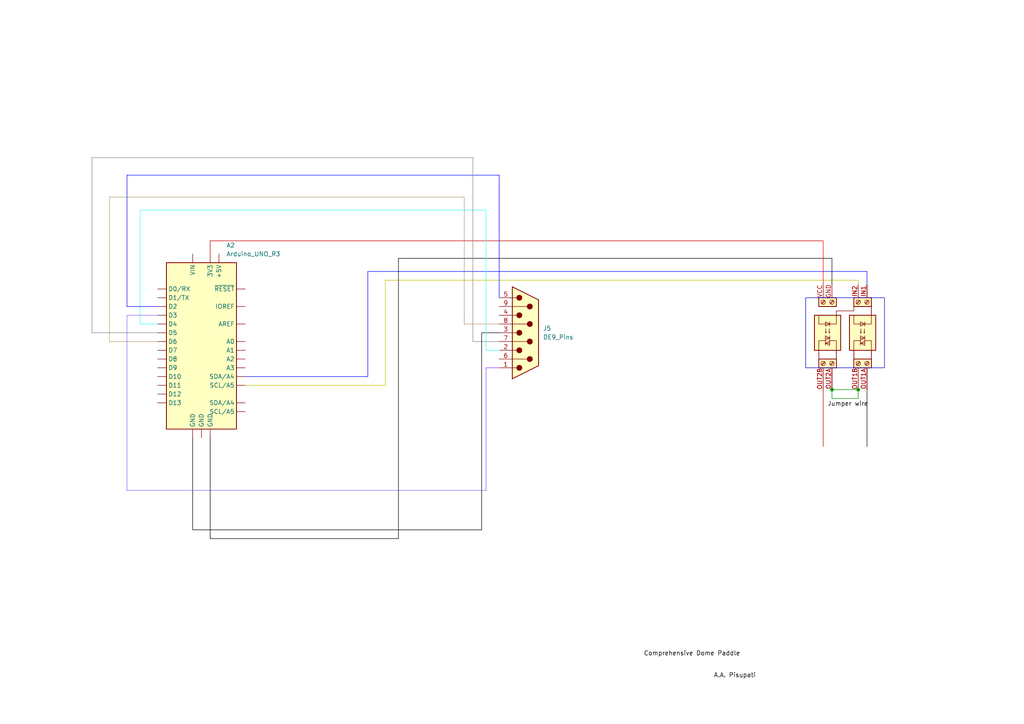
<source format=kicad_sch>
(kicad_sch (version 20250114) (generator "eeschema") (generator_version "9.0")
  (paper "A4")
  (lib_symbols
    (symbol "Arduino_UNO_R3_1" (pin_numbers (hide yes))
      (property "Reference" "A" (at -10.16 23.495 0))
      (property "Value" "Arduino_UNO_R3" (at 5.08 -26.67 0))
      (symbol "Arduino_UNO_R3_1_0_1"
        (rectangle (start -10.16 22.86) (end 10.16 -25.4) (stroke (width 0.254)) (fill (type background)))
      )
      (symbol "Arduino_UNO_R3_1_1_1"
        (pin bidirectional line (at -12.7 15.24 0) (length 2.54) (name "D0/RX") (number "15"))
        (pin bidirectional line (at -12.7 12.7 0) (length 2.54) (name "D1/TX") (number "16"))
        (pin bidirectional line (at -12.7 10.16 0) (length 2.54) (name "D2") (number "17"))
        (pin bidirectional line (at -12.7 7.62 0) (length 2.54) (name "D3") (number "18"))
        (pin bidirectional line (at -12.7 5.08 0) (length 2.54) (name "D4") (number "19"))
        (pin bidirectional line (at -12.7 2.54 0) (length 2.54) (name "D5") (number "20"))
        (pin bidirectional line (at -12.7 0 0) (length 2.54) (name "D6") (number "21"))
        (pin bidirectional line (at -12.7 -2.54 0) (length 2.54) (name "D7") (number "22"))
        (pin bidirectional line (at -12.7 -5.08 0) (length 2.54) (name "D8") (number "23"))
        (pin bidirectional line (at -12.7 -7.62 0) (length 2.54) (name "D9") (number "24"))
        (pin bidirectional line (at -12.7 -10.16 0) (length 2.54) (name "D10") (number "25"))
        (pin bidirectional line (at -12.7 -12.7 0) (length 2.54) (name "D11") (number "26"))
        (pin bidirectional line (at -12.7 -15.24 0) (length 2.54) (name "D12") (number "27"))
        (pin bidirectional line (at -12.7 -17.78 0) (length 2.54) (name "D13") (number "28"))
        (pin no_connect line (at -10.16 -20.32 0) (length 2.54) (hide yes) (name "NC") (number "1"))
        (pin power_in line (at -2.54 25.4 270) (length 2.54) (name "VIN") (number "8"))
        (pin power_in line (at -2.54 -27.94 90) (length 2.54) (name "GND") (number "29"))
        (pin power_in line (at 0 -27.94 90) (length 2.54) (name "GND") (number "6"))
        (pin power_out line (at 2.54 25.4 270) (length 2.54) (name "3V3") (number "4"))
        (pin power_in line (at 2.54 -27.94 90) (length 2.54) (name "GND") (number "7"))
        (pin power_out line (at 5.08 25.4 270) (length 2.54) (name "+5V") (number "5"))
        (pin input line (at 12.7 15.24 180) (length 2.54) (name "~{RESET}") (number "3"))
        (pin output line (at 12.7 10.16 180) (length 2.54) (name "IOREF") (number "2"))
        (pin input line (at 12.7 5.08 180) (length 2.54) (name "AREF") (number "30"))
        (pin bidirectional line (at 12.7 0 180) (length 2.54) (name "A0") (number "9"))
        (pin bidirectional line (at 12.7 -2.54 180) (length 2.54) (name "A1") (number "10"))
        (pin bidirectional line (at 12.7 -5.08 180) (length 2.54) (name "A2") (number "11"))
        (pin bidirectional line (at 12.7 -7.62 180) (length 2.54) (name "A3") (number "12"))
        (pin bidirectional line (at 12.7 -10.16 180) (length 2.54) (name "SDA/A4") (number "13"))
        (pin bidirectional line (at 12.7 -12.7 180) (length 2.54) (name "SCL/A5") (number "14"))
        (pin bidirectional line (at 12.7 -17.78 180) (length 2.54) (name "SDA/A4") (number "31"))
        (pin bidirectional line (at 12.7 -20.32 180) (length 2.54) (name "SCL/A5") (number "32"))
      )
    )
    (symbol "Connector:DE9_Pins" (pin_names (offset 1.016) (hide yes))
      (property "Reference" "J" (at 0 13.97 0))
      (property "Value" "DE9_Pins" (at 0 -14.605 0))
      (symbol "DE9_Pins_0_1"
        (polyline (pts (xy -3.81 10.16) (xy -2.54 10.16)))
        (polyline (pts (xy -3.81 7.62) (xy 0.508 7.62)))
        (polyline (pts (xy -3.81 5.08) (xy -2.54 5.08)))
        (polyline (pts (xy -3.81 2.54) (xy 0.508 2.54)))
        (polyline (pts (xy -3.81 0) (xy -2.54 0)))
        (polyline (pts (xy -3.81 -2.54) (xy 0.508 -2.54)))
        (polyline (pts (xy -3.81 -5.08) (xy -2.54 -5.08)))
        (polyline (pts (xy -3.81 -7.62) (xy 0.508 -7.62)))
        (polyline (pts (xy -3.81 -10.16) (xy -2.54 -10.16)))
        (polyline (pts (xy -3.81 -13.335) (xy -3.81 13.335) (xy 3.81 9.525) (xy 3.81 -9.525) (xy -3.81 -13.335)) (stroke (width 0.254)) (fill (type background)))
        (circle (center -1.778 10.16) (radius 0.762) (fill (type outline)))
        (circle (center -1.778 5.08) (radius 0.762) (fill (type outline)))
        (circle (center -1.778 0) (radius 0.762) (fill (type outline)))
        (circle (center -1.778 -5.08) (radius 0.762) (fill (type outline)))
        (circle (center -1.778 -10.16) (radius 0.762) (fill (type outline)))
        (circle (center 1.27 7.62) (radius 0.762) (fill (type outline)))
        (circle (center 1.27 2.54) (radius 0.762) (fill (type outline)))
        (circle (center 1.27 -2.54) (radius 0.762) (fill (type outline)))
        (circle (center 1.27 -7.62) (radius 0.762) (fill (type outline)))
      )
      (symbol "DE9_Pins_1_1"
        (pin passive line (at -7.62 10.16 0) (length 3.81) (name "5") (number "5"))
        (pin passive line (at -7.62 7.62 0) (length 3.81) (name "9") (number "9"))
        (pin passive line (at -7.62 5.08 0) (length 3.81) (name "4") (number "4"))
        (pin passive line (at -7.62 2.54 0) (length 3.81) (name "8") (number "8"))
        (pin passive line (at -7.62 0 0) (length 3.81) (name "3") (number "3"))
        (pin passive line (at -7.62 -2.54 0) (length 3.81) (name "7") (number "7"))
        (pin passive line (at -7.62 -5.08 0) (length 3.81) (name "2") (number "2"))
        (pin passive line (at -7.62 -7.62 0) (length 3.81) (name "6") (number "6"))
        (pin passive line (at -7.62 -10.16 0) (length 3.81) (name "1") (number "1"))
      )
    )
    (symbol "Connector:Screw_Terminal_01x02" (pin_names (offset 1.016) (hide yes))
      (symbol "Screw_Terminal_01x02_1_1"
        (rectangle (start -1.27 1.27) (end 1.27 -3.81) (stroke (width 0.254)) (fill (type background)))
        (polyline (pts (xy -0.5334 0.3302) (xy 0.3302 -0.508)) (stroke (width 0.1524)))
        (polyline (pts (xy -0.5334 -2.2098) (xy 0.3302 -3.048)) (stroke (width 0.1524)))
        (polyline (pts (xy -0.3556 0.508) (xy 0.508 -0.3302)) (stroke (width 0.1524)))
        (polyline (pts (xy -0.3556 -2.032) (xy 0.508 -2.8702)) (stroke (width 0.1524)))
        (circle (center 0 0) (radius 0.635) (stroke (width 0.1524)))
        (circle (center 0 -2.54) (radius 0.635) (stroke (width 0.1524)))
        (pin passive line (at -7.62 0 0) (length 6.35) (name "Output_1B") (number "OUT1B"))
        (pin passive line (at -7.62 -2.54 0) (length 6.35) (name "Output_1A") (number "OUT1A"))
      )
    )
    (symbol "Relay_SolidState:S102S01"
      (symbol "S102S01_0_1"
        (rectangle (start -5.08 3.81) (end 5.08 -3.81) (stroke (width 0.254)) (fill (type background)))
        (polyline (pts (xy -5.08 2.54) (xy -2.54 2.54) (xy -2.54 -2.54) (xy -5.08 -2.54)))
        (polyline (pts (xy -3.175 -0.635) (xy -1.905 -0.635)))
        (polyline (pts (xy -2.54 -0.635) (xy -3.175 0.635) (xy -1.905 0.635) (xy -2.54 -0.635)))
        (polyline (pts (xy -1.143 0.508) (xy 0.127 0.508) (xy -0.254 0.381) (xy -0.254 0.635) (xy 0.127 0.508)))
        (polyline (pts (xy -1.143 -0.508) (xy 0.127 -0.508) (xy -0.254 -0.635) (xy -0.254 -0.381) (xy 0.127 -0.508)))
        (polyline (pts (xy 0.889 -0.635) (xy 3.683 -0.635) (xy 3.048 0.635) (xy 2.413 -0.635)))
        (polyline (pts (xy 1.524 -0.635) (xy 1.524 0.635)))
        (polyline (pts (xy 2.286 0.635) (xy 2.286 2.54) (xy 5.08 2.54)))
        (polyline (pts (xy 2.286 -0.635) (xy 2.286 -2.54) (xy 5.08 -2.54)))
        (polyline (pts (xy 3.048 0.635) (xy 3.048 -0.635)))
        (polyline (pts (xy 3.683 0.635) (xy 0.889 0.635) (xy 1.524 -0.635) (xy 2.159 0.635)))
      )
      (symbol "S102S01_1_1"
        (pin passive line (at 7.62 2.54 180) (length 2.54) (name "~") (number ""))
        (pin passive line (at 7.62 -2.54 180) (length 2.54) (name "~") (number ""))
      )
    )
    (symbol "S102S01_1"
      (symbol "S102S01_1_0_1"
        (rectangle (start -5.08 3.81) (end 5.08 -3.81) (stroke (width 0.254)) (fill (type background)))
        (polyline (pts (xy -5.08 2.54) (xy -2.54 2.54) (xy -2.54 -2.54) (xy -5.08 -2.54)))
        (polyline (pts (xy -3.175 -0.635) (xy -1.905 -0.635)))
        (polyline (pts (xy -2.54 -0.635) (xy -3.175 0.635) (xy -1.905 0.635) (xy -2.54 -0.635)))
        (polyline (pts (xy -1.143 0.508) (xy 0.127 0.508) (xy -0.254 0.381) (xy -0.254 0.635) (xy 0.127 0.508)))
        (polyline (pts (xy -1.143 -0.508) (xy 0.127 -0.508) (xy -0.254 -0.635) (xy -0.254 -0.381) (xy 0.127 -0.508)))
        (polyline (pts (xy 0.889 -0.635) (xy 3.683 -0.635) (xy 3.048 0.635) (xy 2.413 -0.635)))
        (polyline (pts (xy 1.524 -0.635) (xy 1.524 0.635)))
        (polyline (pts (xy 2.286 0.635) (xy 2.286 2.54) (xy 5.08 2.54)))
        (polyline (pts (xy 2.286 -0.635) (xy 2.286 -2.54) (xy 5.08 -2.54)))
        (polyline (pts (xy 3.048 0.635) (xy 3.048 -0.635)))
        (polyline (pts (xy 3.683 0.635) (xy 0.889 0.635) (xy 1.524 -0.635) (xy 2.159 0.635)))
      )
      (symbol "S102S01_1_1_1"
        (pin passive line (at -7.62 -2.54 0) (length 2.54) (name "~") (number ""))
        (pin passive line (at 7.62 2.54 180) (length 2.54) (name "~") (number ""))
        (pin passive line (at 7.62 -2.54 180) (length 2.54) (name "~") (number ""))
      )
    )
    (symbol "Screw_Terminal_01x02_1" (pin_names (offset 1.016) (hide yes))
      (symbol "Screw_Terminal_01x02_1_1_1"
        (rectangle (start -1.27 1.27) (end 1.27 -3.81) (stroke (width 0.254)) (fill (type background)))
        (polyline (pts (xy -0.5334 0.3302) (xy 0.3302 -0.508)) (stroke (width 0.1524)))
        (polyline (pts (xy -0.5334 -2.2098) (xy 0.3302 -3.048)) (stroke (width 0.1524)))
        (polyline (pts (xy -0.3556 0.508) (xy 0.508 -0.3302)) (stroke (width 0.1524)))
        (polyline (pts (xy -0.3556 -2.032) (xy 0.508 -2.8702)) (stroke (width 0.1524)))
        (circle (center 0 0) (radius 0.635) (stroke (width 0.1524)))
        (circle (center 0 -2.54) (radius 0.635) (stroke (width 0.1524)))
        (pin passive line (at -5.08 0 0) (length 3.81) (name "Input_1") (number "IN1"))
        (pin passive line (at -5.08 -2.54 0) (length 3.81) (name "Input_2") (number "IN2"))
      )
    )
    (symbol "Screw_Terminal_01x02_2" (pin_names (offset 1.016) (hide yes))
      (symbol "Screw_Terminal_01x02_2_1_1"
        (rectangle (start -1.27 1.27) (end 1.27 -3.81) (stroke (width 0.254)) (fill (type background)))
        (polyline (pts (xy -0.5334 0.3302) (xy 0.3302 -0.508)) (stroke (width 0.1524)))
        (polyline (pts (xy -0.5334 -2.2098) (xy 0.3302 -3.048)) (stroke (width 0.1524)))
        (polyline (pts (xy -0.3556 0.508) (xy 0.508 -0.3302)) (stroke (width 0.1524)))
        (polyline (pts (xy -0.3556 -2.032) (xy 0.508 -2.8702)) (stroke (width 0.1524)))
        (circle (center 0 0) (radius 0.635) (stroke (width 0.1524)))
        (circle (center 0 -2.54) (radius 0.635) (stroke (width 0.1524)))
        (pin passive line (at -5.08 0 0) (length 3.81) (name "Ground") (number "GND"))
        (pin passive line (at -5.08 -2.54 0) (length 3.81) (name "Voltage") (number "VCC"))
      )
    )
    (symbol "Screw_Terminal_01x02_3" (pin_names (offset 1.016) (hide yes))
      (symbol "Screw_Terminal_01x02_3_1_1"
        (rectangle (start -1.27 1.27) (end 1.27 -3.81) (stroke (width 0.254)) (fill (type background)))
        (polyline (pts (xy -0.5334 0.3302) (xy 0.3302 -0.508)) (stroke (width 0.1524)))
        (polyline (pts (xy -0.5334 -2.2098) (xy 0.3302 -3.048)) (stroke (width 0.1524)))
        (polyline (pts (xy -0.3556 0.508) (xy 0.508 -0.3302)) (stroke (width 0.1524)))
        (polyline (pts (xy -0.3556 -2.032) (xy 0.508 -2.8702)) (stroke (width 0.1524)))
        (circle (center 0 0) (radius 0.635) (stroke (width 0.1524)))
        (circle (center 0 -2.54) (radius 0.635) (stroke (width 0.1524)))
        (pin passive line (at -7.62 0 0) (length 6.35) (name "Output_2B") (number "OUT2B"))
        (pin passive line (at -7.62 -2.54 0) (length 6.35) (name "Output_2A") (number "OUT2A"))
      )
    )
  )
  (rectangle (start 134.62 92.71) (end 134.62 92.71))
  (rectangle (start 233.68 86.36) (end 256.54 106.68))
  (junction (at 241.3 113.03))
  (junction (at 248.92 113.03))
  (wire (pts (xy 242.57 90.17) (xy 247.65 90.17)) (stroke (width 0) (color 132 0 0 1)))
  (wire (pts (xy 242.57 90.17) (xy 242.57 91.44)) (stroke (width 0) (color 132 0 0 1)))
  (wire (pts (xy 247.65 88.9) (xy 247.65 90.17)) (stroke (width 0) (color 132 0 0 1)))
  (wire (pts (xy 111.76 81.28) (xy 111.76 111.76)) (stroke (width 0) (color 194 194 0 1)))
  (wire (pts (xy 55.88 153.67) (xy 55.88 127)) (stroke (width 0) (color 0 0 0 1)))
  (wire (pts (xy 45.72 93.98) (xy 40.64 93.98)) (stroke (width 0) (color 57 255 244 1)))
  (wire (pts (xy 139.7 96.52) (xy 139.7 153.67)) (stroke (width 0) (color 0 0 0 1)))
  (wire (pts (xy 60.96 156.21) (xy 60.96 127)) (stroke (width 0) (color 0 0 0 1)))
  (wire (pts (xy 241.3 115.57) (xy 248.92 115.57)))
  (wire (pts (xy 140.97 101.6) (xy 144.78 101.6)) (stroke (width 0) (color 57 255 244 1)))
  (wire (pts (xy 251.46 78.74) (xy 106.68 78.74)) (stroke (width 0) (color 0 0 255 1)))
  (wire (pts (xy 238.76 113.03) (xy 238.76 129.54)) (stroke (width 0) (color 194 0 0 1)))
  (wire (pts (xy 60.96 69.85) (xy 238.76 69.85)) (stroke (width 0) (color 194 0 0 1)))
  (wire (pts (xy 139.7 153.67) (xy 55.88 153.67)) (stroke (width 0) (color 0 0 0 1)))
  (wire (pts (xy 241.3 74.93) (xy 241.3 82.55)) (stroke (width 0) (color 0 0 0 1)))
  (wire (pts (xy 36.83 88.9) (xy 36.83 50.8)) (stroke (width 0) (color 0 0 255 1)))
  (wire (pts (xy 40.64 93.98) (xy 40.64 60.96)) (stroke (width 0) (color 57 255 244 1)))
  (wire (pts (xy 40.64 60.96) (xy 140.97 60.96)) (stroke (width 0) (color 57 255 244 1)))
  (wire (pts (xy 238.76 69.85) (xy 238.76 82.55)) (stroke (width 0) (color 255 0 0 1)))
  (wire (pts (xy 139.7 96.52) (xy 144.78 96.52)) (stroke (width 0) (color 0 0 0 1)))
  (wire (pts (xy 248.92 81.28) (xy 111.76 81.28)) (stroke (width 0) (color 194 194 0 1)))
  (wire (pts (xy 115.57 74.93) (xy 115.57 156.21)) (stroke (width 0) (color 0 0 0 1)))
  (wire (pts (xy 71.12 109.22) (xy 106.68 109.22)) (stroke (width 0) (color 0 0 255 1)))
  (wire (pts (xy 36.83 142.24) (xy 140.97 142.24)) (stroke (width 0) (color 141 101 255 1)))
  (wire (pts (xy 45.72 88.9) (xy 36.83 88.9)) (stroke (width 0) (color 0 0 255 1)))
  (wire (pts (xy 45.72 96.52) (xy 26.67 96.52)) (stroke (width 0) (color 132 132 132 1)))
  (wire (pts (xy 251.46 78.74) (xy 251.46 82.55)) (stroke (width 0) (color 0 0 255 1)))
  (wire (pts (xy 241.3 113.03) (xy 248.92 113.03)))
  (wire (pts (xy 31.75 99.06) (xy 31.75 57.15)) (stroke (width 0.0762) (color 128 77 0 1)))
  (wire (pts (xy 140.97 142.24) (xy 140.97 106.68)) (stroke (width 0) (color 139 72 255 1)))
  (wire (pts (xy 251.46 113.03) (xy 251.46 129.54)) (stroke (width 0) (color 0 0 0 1)))
  (wire (pts (xy 31.75 57.15) (xy 134.62 57.15)) (stroke (width 0.0762) (color 128 77 0 1)))
  (wire (pts (xy 134.62 93.98) (xy 144.78 93.98)) (stroke (width 0.0762) (color 128 77 0 1)))
  (wire (pts (xy 144.78 50.8) (xy 144.78 86.36)) (stroke (width 0) (color 0 0 255 1)))
  (wire (pts (xy 60.96 73.66) (xy 60.96 69.85)) (stroke (width 0) (color 194 0 0 1)))
  (wire (pts (xy 106.68 78.74) (xy 106.68 109.22)) (stroke (width 0) (color 0 0 255 1)))
  (wire (pts (xy 140.97 106.68) (xy 144.78 106.68)) (stroke (width 0) (color 149 58 255 1)))
  (wire (pts (xy 248.92 81.28) (xy 248.92 82.55)) (stroke (width 0) (color 194 194 0 1)))
  (wire (pts (xy 134.62 57.15) (xy 134.62 93.98)) (stroke (width 0.0762) (color 128 77 0 1)))
  (wire (pts (xy 241.3 74.93) (xy 115.57 74.93)) (stroke (width 0) (color 0 0 0 1)))
  (wire (pts (xy 45.72 91.44) (xy 36.83 91.44)) (stroke (width 0) (color 141 101 255 1)))
  (wire (pts (xy 26.67 96.52) (xy 26.67 45.72)) (stroke (width 0) (color 132 132 132 1)))
  (wire (pts (xy 26.67 45.72) (xy 137.16 45.72)) (stroke (width 0) (color 132 132 132 1)))
  (wire (pts (xy 45.72 99.06) (xy 31.75 99.06)) (stroke (width 0.0762) (color 128 77 0 1)))
  (wire (pts (xy 137.16 99.06) (xy 144.78 99.06)) (stroke (width 0) (color 132 132 132 1)))
  (wire (pts (xy 140.97 60.96) (xy 140.97 101.6)) (stroke (width 0) (color 57 255 244 1)))
  (wire (pts (xy 241.3 113.03) (xy 241.3 115.57)))
  (wire (pts (xy 248.92 115.57) (xy 248.92 113.03)))
  (wire (pts (xy 137.16 45.72) (xy 137.16 99.06)) (stroke (width 0) (color 132 132 132 1)))
  (wire (pts (xy 36.83 50.8) (xy 144.78 50.8)) (stroke (width 0) (color 0 0 255 1)))
  (wire (pts (xy 36.83 91.44) (xy 36.83 142.24)) (stroke (width 0) (color 141 101 255 1)))
  (wire (pts (xy 115.57 156.21) (xy 60.96 156.21)) (stroke (width 0) (color 0 0 0 1)))
  (wire (pts (xy 111.76 111.76) (xy 71.12 111.76)) (stroke (width 0) (color 194 194 0 1)))
  (label "A.A. Pisupati" (at 207.01 196.85 0))
  (label "Jumper wire" (at 240.03 118.11 0))
  (label "" (at 251.46 120.65 0))
  (label "Comprehensive Dome Paddle" (at 186.69 190.5 0))
  (label "" (at 251.46 119.38 0))
  (symbol (lib_name "Arduino_UNO_R3_1") (lib_id "MCU_Module:Arduino_UNO_R3") (at 58.42 99.06 0) (unit 1)
    (property "Reference" "A2" (at 65.6433 71.12 0) (effects (justify left)))
    (property "Value" "Arduino_UNO_R3" (at 65.6433 73.66 0) (effects (justify left)))
    (property "Footprint" "Module:Arduino_UNO_R3" (effects (hide yes)))
    (property "Datasheet" "https://www.arduino.cc/en/Main/arduinoBoardUno" (effects (hide yes)))
    (property "Description" "Arduino UNO Microcontroller Module, release 3" (effects (hide yes)))
  )
  (symbol (lib_name "S102S01_1") (lib_id "Relay_SolidState:S102S01") (at 250.19 96.52 90) (mirror x) (unit 1)
    (property "Reference" "U2" (effects (hide yes)))
    (property "Value" "S102S01" (effects (hide yes)))
    (property "Footprint" "Package_SIP:SIP4_Sharp-SSR_P7.62mm_Straight" (effects (hide yes)))
    (property "Datasheet" "http://www.sharp-world.com/products/device/lineup/data/pdf/datasheet/s102s01_e.pdf" (effects (hide yes)))
    (property "Description" "Random Phase Opto-Triac, Vdrm 400V, Ift 8mA, IT 8A" (effects (hide yes)))
  )
  (symbol (lib_name "Screw_Terminal_01x02_2") (lib_id "Connector:Screw_Terminal_01x02") (at 241.3 87.63 270) (unit 1)
    (property "Reference" "J1" (effects (hide yes)))
    (property "Value" "Screw_Terminal_01x02" (effects (hide yes)))
    (property "Description" "Generic screw terminal, single row, 01x02, script generated (kicad-library-utils/schlib/autogen/connector/)" (effects (hide yes)))
  )
  (symbol (lib_id "Connector:DE9_Pins") (at 152.4 96.52 0) (unit 1)
    (property "Reference" "J5" (at 157.48 95.2499 0) (effects (justify left)))
    (property "Value" "DE9_Pins" (at 157.48 97.7899 0) (effects (justify left)))
    (property "Description" "9-pin D-SUB connector, pins (male)" (effects (hide yes)))
  )
  (symbol (lib_id "Relay_SolidState:S102S01") (at 240.03 96.52 90) (mirror x) (unit 1)
    (property "Reference" "U1" (effects (hide yes)))
    (property "Value" "S102S01" (effects (hide yes)))
    (property "Footprint" "Package_SIP:SIP4_Sharp-SSR_P7.62mm_Straight" (effects (hide yes)))
    (property "Datasheet" "http://www.sharp-world.com/products/device/lineup/data/pdf/datasheet/s102s01_e.pdf" (effects (hide yes)))
    (property "Description" "Random Phase Opto-Triac, Vdrm 400V, Ift 8mA, IT 8A" (effects (hide yes)))
  )
  (symbol (lib_name "Screw_Terminal_01x02_3") (lib_id "Connector:Screw_Terminal_01x02") (at 238.76 105.41 90) (unit 1)
    (property "Reference" "J3" (effects (hide yes)))
    (property "Value" "Screw_Terminal_01x02" (effects (hide yes)))
    (property "Description" "Generic screw terminal, single row, 01x02, script generated (kicad-library-utils/schlib/autogen/connector/)" (effects (hide yes)))
  )
  (symbol (lib_id "Connector:Screw_Terminal_01x02") (at 248.92 105.41 90) (unit 1)
    (property "Reference" "J4" (effects (hide yes)))
    (property "Value" "Screw_Terminal_01x02" (effects (hide yes)))
    (property "Description" "Generic screw terminal, single row, 01x02, script generated (kicad-library-utils/schlib/autogen/connector/)" (effects (hide yes)))
  )
  (symbol (lib_name "Screw_Terminal_01x02_1") (lib_id "Connector:Screw_Terminal_01x02") (at 251.46 87.63 270) (unit 1)
    (property "Reference" "J2" (effects (hide yes)))
    (property "Value" "Screw_Terminal_01x02" (effects (hide yes)))
    (property "Description" "Generic screw terminal, single row, 01x02, script generated (kicad-library-utils/schlib/autogen/connector/)" (effects (hide yes)))
  )
)
</source>
